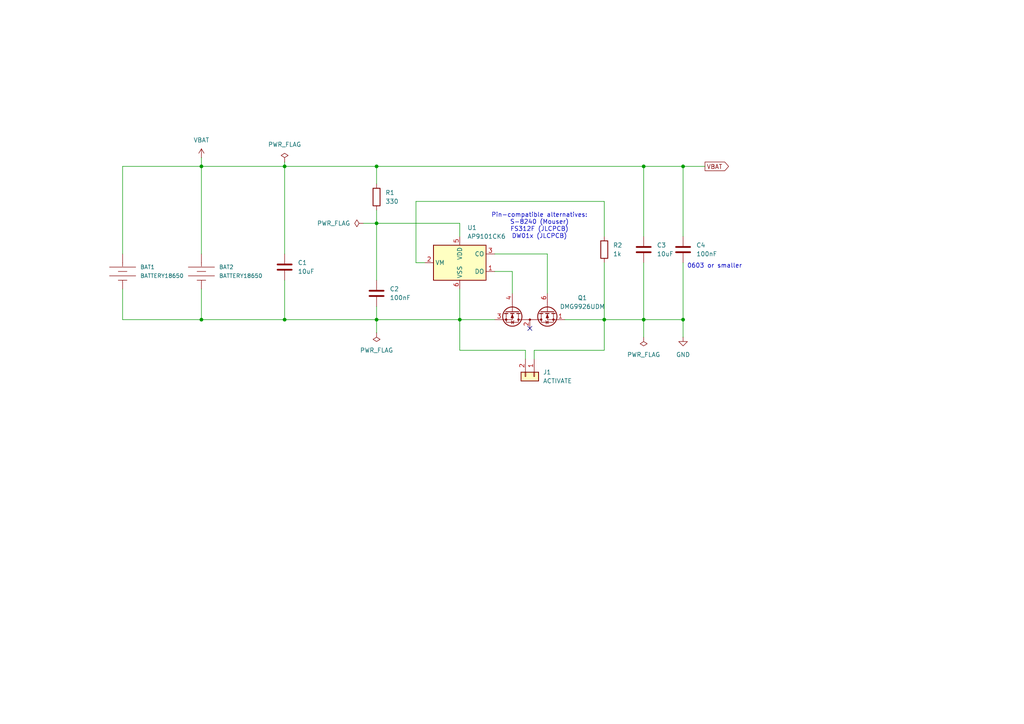
<source format=kicad_sch>
(kicad_sch (version 20231120) (generator "eeschema") (generator_version "8.0")
  (paper "A4")
  (title_block (date "2024-11-26"))
  (lib_symbols
    (symbol "Battery_Management:AP9101CK6"
      (property "Reference" "U" (at -7.62 6.35 0))
      (property "Value" "AP9101CK6" (at 7.62 6.35 0))
      (symbol "AP9101CK6_0_1"
        (rectangle (start -7.62 5.08) (end 7.62 -5.08) (stroke (width 0.254)) (fill (type background)))
      )
      (symbol "AP9101CK6_1_1"
        (pin output line (at 10.16 -2.54 180) (length 2.54) (name "DO") (number "1"))
        (pin passive line (at -10.16 0 0) (length 2.54) (name "VM") (number "2"))
        (pin output line (at 10.16 2.54 180) (length 2.54) (name "CO") (number "3"))
        (pin no_connect line (at -7.62 -2.54 0) (length 2.54) hide (name "NC") (number "4"))
        (pin power_in line (at 0 7.62 270) (length 2.54) (name "VDD") (number "5"))
        (pin power_in line (at 0 -7.62 90) (length 2.54) (name "VSS") (number "6"))
      )
    )
    (symbol "Connector_Generic:Conn_01x02" (pin_names (offset 1.016) hide)
      (property "Reference" "J" (at 0 2.54 0))
      (property "Value" "Conn_01x02" (at 0 -5.08 0))
      (symbol "Conn_01x02_1_1"
        (rectangle (start -1.27 -2.413) (end 0 -2.667) (stroke (width 0.1524)))
        (rectangle (start -1.27 0.127) (end 0 -0.127) (stroke (width 0.1524)))
        (rectangle (start -1.27 1.27) (end 1.27 -3.81) (stroke (width 0.254)) (fill (type background)))
        (pin passive line (at -5.08 0 0) (length 3.81) (name "Pin_1") (number "1"))
        (pin passive line (at -5.08 -2.54 0) (length 3.81) (name "Pin_2") (number "2"))
      )
    )
    (symbol "Device:C" (pin_numbers hide) (pin_names (offset 0.254))
      (property "Reference" "C" (at 0.635 2.54 0))
      (property "Value" "C" (at 0.635 -2.54 0))
      (symbol "C_0_1"
        (polyline (pts (xy -2.032 -0.762) (xy 2.032 -0.762)) (stroke (width 0.508)))
        (polyline (pts (xy -2.032 0.762) (xy 2.032 0.762)) (stroke (width 0.508)))
      )
      (symbol "C_1_1"
        (pin passive line (at 0 3.81 270) (length 2.794) (name "~") (number "1"))
        (pin passive line (at 0 -3.81 90) (length 2.794) (name "~") (number "2"))
      )
    )
    (symbol "Device:R" (pin_numbers hide) (pin_names (offset 0))
      (property "Reference" "R" (at 2.032 0 90))
      (property "Value" "R" (at 0 0 90))
      (symbol "R_0_1"
        (rectangle (start -1.016 -2.54) (end 1.016 2.54) (stroke (width 0.254)))
      )
      (symbol "R_1_1"
        (pin passive line (at 0 3.81 270) (length 1.27) (name "~") (number "1"))
        (pin passive line (at 0 -3.81 90) (length 1.27) (name "~") (number "2"))
      )
    )
    (symbol "MyParts:BATTERY18650" (pin_numbers hide) (pin_names (offset 1.016) hide)
      (property "Reference" "BAT" (at -3.81 5.08 0))
      (property "Value" "BATTERY18650" (at -3.81 -6.35 0))
      (symbol "BATTERY18650_1_0"
        (polyline (pts (xy -2.54 0) (xy -1.524 0)))
        (polyline (pts (xy -1.27 3.81) (xy -1.27 -3.81)))
        (polyline (pts (xy 0 1.27) (xy 0 -1.27)))
        (polyline (pts (xy 1.27 3.81) (xy 1.27 -3.81)))
        (polyline (pts (xy 2.54 1.27) (xy 2.54 -1.27)))
      )
      (symbol "BATTERY18650_1_1"
        (pin power_in line (at 5.08 0 180) (length 2.54) (name "-") (number "GND@"))
        (pin power_in line (at -5.08 0 0) (length 2.54) (name "+") (number "PWR@"))
      )
    )
    (symbol "Transistor_FET:DMG9926UDM" (pin_names hide)
      (property "Reference" "Q" (at 2.54 6.985 0))
      (property "Value" "DMG9926UDM" (at 2.54 5.08 0))
      (symbol "DMG9926UDM_0_1"
        (circle (center -0.889 5.08) (radius 2.794) (stroke (width 0.254)))
        (polyline (pts (xy -2.286 3.175) (xy -2.286 6.985)) (stroke (width 0.254)))
        (polyline (pts (xy -2.286 5.08) (xy -5.08 5.08)))
        (polyline (pts (xy -1.778 2.794) (xy -1.778 3.81)) (stroke (width 0.254)))
        (polyline (pts (xy -1.778 4.572) (xy -1.778 5.588)) (stroke (width 0.254)))
        (polyline (pts (xy -1.778 6.35) (xy -1.778 7.366)) (stroke (width 0.254)))
        (polyline (pts (xy 0 -3.302) (xy 0 3.302)))
        (polyline (pts (xy 0 7.62) (xy 0 5.08) (xy -1.778 5.08)))
        (polyline (pts (xy -1.778 6.858) (xy 0.762 6.858) (xy 0.762 3.302) (xy -1.778 3.302)))
        (polyline (pts (xy -1.524 5.08) (xy -0.508 4.699) (xy -0.508 5.461) (xy -1.524 5.08)) (fill (type outline)))
        (polyline (pts (xy 0.254 4.572) (xy 0.381 4.699) (xy 1.143 4.699) (xy 1.27 4.826)))
        (polyline (pts (xy 0.762 4.699) (xy 0.381 5.334) (xy 1.143 5.334) (xy 0.762 4.699)))
        (circle (center 0 3.302) (radius 0.254) (fill (type outline)))
        (circle (center 0 6.858) (radius 0.254) (fill (type outline)))
      )
      (symbol "DMG9926UDM_1_1"
        (circle (center -0.889 -5.08) (radius 2.794) (stroke (width 0.254)))
        (circle (center 0 -6.858) (radius 0.254) (fill (type outline)))
        (circle (center 0 -3.302) (radius 0.254) (fill (type outline)))
        (polyline (pts (xy -2.286 -5.08) (xy -5.08 -5.08)))
        (polyline (pts (xy -2.286 -3.175) (xy -2.286 -6.985)) (stroke (width 0.254)))
        (polyline (pts (xy -1.778 -6.35) (xy -1.778 -7.366)) (stroke (width 0.254)))
        (polyline (pts (xy -1.778 -4.572) (xy -1.778 -5.588)) (stroke (width 0.254)))
        (polyline (pts (xy -1.778 -2.794) (xy -1.778 -3.81)) (stroke (width 0.254)))
        (polyline (pts (xy 0 -7.62) (xy 0 -5.08) (xy -1.778 -5.08)))
        (polyline (pts (xy -1.778 -6.858) (xy 0.762 -6.858) (xy 0.762 -3.302) (xy -1.778 -3.302)))
        (polyline (pts (xy -1.524 -5.08) (xy -0.508 -4.699) (xy -0.508 -5.461) (xy -1.524 -5.08)) (fill (type outline)))
        (polyline (pts (xy 0.254 -4.572) (xy 0.381 -4.699) (xy 1.143 -4.699) (xy 1.27 -4.826)))
        (polyline (pts (xy 0.762 -4.699) (xy 0.381 -5.334) (xy 1.143 -5.334) (xy 0.762 -4.699)))
        (circle (center 0 0) (radius 0.254) (fill (type outline)))
        (pin passive line (at 0 10.16 270) (length 2.54) (name "D1") (number "1"))
        (pin passive line (at 2.54 0 180) (length 2.54) (name "S1/D2") (number "2"))
        (pin passive line (at 0 -10.16 90) (length 2.54) (name "S2") (number "3"))
        (pin input line (at -7.62 -5.08 0) (length 2.54) (name "G2") (number "4"))
        (pin passive line (at 2.54 0 180) (length 2.54) hide (name "S1/D2") (number "5"))
        (pin input line (at -7.62 5.08 0) (length 2.54) (name "G1") (number "6"))
      )
    )
    (symbol "power:GND" (power) (pin_numbers hide) (pin_names (offset 0) hide)
      (property "Value" "GND" (at 0 -3.81 0))
      (symbol "GND_0_1"
        (polyline (pts (xy 0 0) (xy 0 -1.27) (xy 1.27 -1.27) (xy 0 -2.54) (xy -1.27 -1.27) (xy 0 -1.27)))
      )
      (symbol "GND_1_1"
        (pin power_in line (at 0 0 270) (length 0) (name "~") (number "1"))
      )
    )
    (symbol "power:PWR_FLAG" (power) (pin_numbers hide) (pin_names (offset 0) hide)
      (property "Value" "PWR_FLAG" (at 0 3.81 0))
      (symbol "PWR_FLAG_0_0"
        (pin power_out line (at 0 0 90) (length 0) (name "~") (number "1"))
      )
      (symbol "PWR_FLAG_0_1"
        (polyline (pts (xy 0 0) (xy 0 1.27) (xy -1.016 1.905) (xy 0 2.54) (xy 1.016 1.905) (xy 0 1.27)))
      )
    )
    (symbol "power:VCC" (power) (pin_numbers hide) (pin_names (offset 0) hide)
      (property "Value" "VCC" (at 0 3.556 0))
      (symbol "VCC_0_1"
        (polyline (pts (xy -0.762 1.27) (xy 0 2.54)))
        (polyline (pts (xy 0 0) (xy 0 2.54)))
        (polyline (pts (xy 0 2.54) (xy 0.762 1.27)))
      )
      (symbol "VCC_1_1"
        (pin power_in line (at 0 0 90) (length 0) (name "~") (number "1"))
      )
    )
  )
  (junction (at 58.42 48.26))
  (junction (at 109.22 64.77))
  (junction (at 133.35 92.71))
  (junction (at 58.42 92.71))
  (junction (at 175.26 92.71))
  (junction (at 186.69 92.71))
  (junction (at 109.22 92.71))
  (junction (at 82.55 92.71))
  (junction (at 198.12 92.71))
  (junction (at 198.12 48.26))
  (junction (at 186.69 48.26))
  (junction (at 109.22 48.26))
  (junction (at 82.55 48.26))
  (no_connect (at 153.67 95.25))
  (wire (pts (xy 133.35 83.82) (xy 133.35 92.71)))
  (wire (pts (xy 198.12 76.2) (xy 198.12 92.71)))
  (wire (pts (xy 35.56 48.26) (xy 35.56 73.66)))
  (wire (pts (xy 175.26 92.71) (xy 175.26 101.6)))
  (wire (pts (xy 120.65 76.2) (xy 120.65 58.42)))
  (wire (pts (xy 58.42 48.26) (xy 35.56 48.26)))
  (wire (pts (xy 198.12 48.26) (xy 198.12 68.58)))
  (wire (pts (xy 154.94 104.14) (xy 154.94 101.6)))
  (wire (pts (xy 186.69 48.26) (xy 186.69 68.58)))
  (wire (pts (xy 35.56 92.71) (xy 35.56 83.82)))
  (wire (pts (xy 143.51 78.74) (xy 148.59 78.74)))
  (wire (pts (xy 154.94 101.6) (xy 175.26 101.6)))
  (wire (pts (xy 175.26 92.71) (xy 186.69 92.71)))
  (wire (pts (xy 120.65 58.42) (xy 175.26 58.42)))
  (wire (pts (xy 109.22 64.77) (xy 133.35 64.77)))
  (wire (pts (xy 82.55 92.71) (xy 58.42 92.71)))
  (wire (pts (xy 58.42 48.26) (xy 82.55 48.26)))
  (wire (pts (xy 109.22 60.96) (xy 109.22 64.77)))
  (wire (pts (xy 58.42 83.82) (xy 58.42 92.71)))
  (wire (pts (xy 186.69 92.71) (xy 198.12 92.71)))
  (wire (pts (xy 133.35 68.58) (xy 133.35 64.77)))
  (wire (pts (xy 143.51 92.71) (xy 133.35 92.71)))
  (wire (pts (xy 133.35 92.71) (xy 109.22 92.71)))
  (wire (pts (xy 109.22 48.26) (xy 82.55 48.26)))
  (wire (pts (xy 148.59 78.74) (xy 148.59 85.09)))
  (wire (pts (xy 175.26 92.71) (xy 175.26 76.2)))
  (wire (pts (xy 109.22 92.71) (xy 109.22 96.52)))
  (wire (pts (xy 109.22 92.71) (xy 82.55 92.71)))
  (wire (pts (xy 105.41 64.77) (xy 109.22 64.77)))
  (wire (pts (xy 143.51 73.66) (xy 158.75 73.66)))
  (wire (pts (xy 58.42 48.26) (xy 58.42 73.66)))
  (wire (pts (xy 186.69 92.71) (xy 186.69 97.79)))
  (wire (pts (xy 152.4 104.14) (xy 152.4 101.6)))
  (wire (pts (xy 158.75 73.66) (xy 158.75 85.09)))
  (wire (pts (xy 175.26 58.42) (xy 175.26 68.58)))
  (wire (pts (xy 198.12 92.71) (xy 198.12 97.79)))
  (wire (pts (xy 58.42 92.71) (xy 35.56 92.71)))
  (wire (pts (xy 186.69 76.2) (xy 186.69 92.71)))
  (wire (pts (xy 109.22 64.77) (xy 109.22 81.28)))
  (wire (pts (xy 186.69 48.26) (xy 198.12 48.26)))
  (wire (pts (xy 82.55 48.26) (xy 82.55 73.66)))
  (wire (pts (xy 123.19 76.2) (xy 120.65 76.2)))
  (wire (pts (xy 58.42 45.72) (xy 58.42 48.26)))
  (wire (pts (xy 152.4 101.6) (xy 133.35 101.6)))
  (wire (pts (xy 133.35 101.6) (xy 133.35 92.71)))
  (wire (pts (xy 82.55 81.28) (xy 82.55 92.71)))
  (wire (pts (xy 109.22 48.26) (xy 186.69 48.26)))
  (wire (pts (xy 163.83 92.71) (xy 175.26 92.71)))
  (wire (pts (xy 109.22 88.9) (xy 109.22 92.71)))
  (wire (pts (xy 198.12 48.26) (xy 204.47 48.26)))
  (wire (pts (xy 82.55 46.99) (xy 82.55 48.26)))
  (wire (pts (xy 109.22 53.34) (xy 109.22 48.26)))
  (text "0603 or smaller" (at 207.264 77.216 0) (effects (font (size 1.27 1.27))))
  (text "Pin-compatible alternatives:\nS-8240 (Mouser)\nFS312F (JLCPCB)\nDW01x (JLCPCB)" (at 156.464 65.532 0) (effects (font (size 1.27 1.27))))
  (global_label "VBAT" (shape output) (at 204.47 48.26 0) (property "Intersheetrefs" "${INTERSHEET_REFS}" (effects (hide yes))))
  (symbol (lib_id "power:PWR_FLAG") (at 82.55 46.99 0) (unit 1)
    (property "Reference" "#FLG04" (effects (hide yes)))
    (property "Value" "PWR_FLAG" (at 82.55 41.91 0))
    (property "Description" "Special symbol for telling ERC where power comes from" (effects (hide yes)))
  )
  (symbol (lib_id "power:GND") (at 198.12 97.79 0) (unit 1)
    (property "Reference" "#PWR01" (effects (hide yes)))
    (property "Value" "GND" (at 198.12 102.87 0))
    (property "Description" "Power symbol creates a global label with name \"GND\" , ground" (effects (hide yes)))
  )
  (symbol (lib_id "Device:C") (at 82.55 77.47 0) (unit 1)
    (property "Reference" "C1" (at 86.36 76.1999 0) (effects (justify left)))
    (property "Value" "10uF" (at 86.36 78.7399 0) (effects (justify left)))
    (property "Footprint" "Capacitor_SMD:C_0805_2012Metric" (effects (hide yes)))
    (property "Description" "Unpolarized capacitor" (effects (hide yes)))
    (property "LCSC" "C15850" (effects (hide yes)))
  )
  (symbol (lib_id "MyParts:BATTERY18650") (at 35.56 78.74 270) (unit 1)
    (property "Reference" "BAT1" (at 40.64 77.47 90) (effects (font (size 1.143 1.143)) (justify left)))
    (property "Value" "BATTERY18650" (at 40.64 80.01 90) (effects (font (size 1.143 1.143)) (justify left)))
    (property "Footprint" "SmarterSilo:MyParts-BATTERY_18650-HOLDER" (effects (hide yes)))
  )
  (symbol (lib_id "Battery_Management:AP9101CK6") (at 133.35 76.2 0) (unit 1)
    (property "Reference" "U1" (at 135.5441 66.04 0) (effects (justify left)))
    (property "Value" "AP9101CK6" (at 135.5441 68.58 0) (effects (justify left)))
    (property "Footprint" "Package_TO_SOT_SMD:SOT-23-6" (effects (hide yes)))
    (property "Datasheet" "https://www.diodes.com/assets/Datasheets/AP9101C.pdf" (effects (hide yes)))
    (property "Description" "Li+ Battery Protection IC for Single Cell Pack, SOT-23-6" (effects (hide yes)))
    (property "LCSC" "C151339" (effects (hide yes)))
  )
  (symbol (lib_id "Transistor_FET:DMG9926UDM") (at 153.67 92.71 270) (unit 1)
    (property "Reference" "Q1" (at 168.91 86.3914 90))
    (property "Value" "DMG9926UDM" (at 168.91 88.9314 90))
    (property "Footprint" "Package_TO_SOT_SMD:SOT-23-6" (effects (hide yes)))
    (property "Datasheet" "https://www.diodes.com/assets/Datasheets/ds31770.pdf" (effects (hide yes)))
    (property "Description" "4.2A Id, 20V Vds, Common-Drain, Dual Half Bridge N-Channel MOSFET, 28mOhm Ron, SOT-23-6" (effects (hide yes)))
    (property "LCSC" "C156289" (effects (hide yes)))
  )
  (symbol (lib_id "Device:R") (at 175.26 72.39 0) (unit 1)
    (property "Reference" "R2" (at 177.8 71.1199 0) (effects (justify left)))
    (property "Value" "1k" (at 177.8 73.6599 0) (effects (justify left)))
    (property "Footprint" "Resistor_SMD:R_0603_1608Metric" (effects (hide yes)))
    (property "Description" "Resistor" (effects (hide yes)))
    (property "LCSC" "C21190" (effects (hide yes)))
  )
  (symbol (lib_id "Device:C") (at 109.22 85.09 0) (unit 1)
    (property "Reference" "C2" (at 113.03 83.8199 0) (effects (justify left)))
    (property "Value" "100nF" (at 113.03 86.3599 0) (effects (justify left)))
    (property "Footprint" "Capacitor_SMD:C_0603_1608Metric" (effects (hide yes)))
    (property "Description" "Unpolarized capacitor" (effects (hide yes)))
    (property "LCSC" "C14663" (effects (hide yes)))
  )
  (symbol (lib_id "power:PWR_FLAG") (at 186.69 97.79 180) (unit 1)
    (property "Reference" "#FLG05" (effects (hide yes)))
    (property "Value" "PWR_FLAG" (at 186.69 102.87 0))
    (property "Description" "Special symbol for telling ERC where power comes from" (effects (hide yes)))
  )
  (symbol (lib_id "power:PWR_FLAG") (at 109.22 96.52 180) (unit 1)
    (property "Reference" "#FLG01" (effects (hide yes)))
    (property "Value" "PWR_FLAG" (at 109.22 101.6 0))
    (property "Description" "Special symbol for telling ERC where power comes from" (effects (hide yes)))
  )
  (symbol (lib_id "power:PWR_FLAG") (at 105.41 64.77 90) (unit 1)
    (property "Reference" "#FLG02" (effects (hide yes)))
    (property "Value" "PWR_FLAG" (at 101.6 64.7699 90) (effects (justify left)))
    (property "Description" "Special symbol for telling ERC where power comes from" (effects (hide yes)))
  )
  (symbol (lib_id "Device:C") (at 198.12 72.39 0) (unit 1)
    (property "Reference" "C4" (at 201.93 71.1199 0) (effects (justify left)))
    (property "Value" "100nF" (at 201.93 73.6599 0) (effects (justify left)))
    (property "Footprint" "Capacitor_SMD:C_0603_1608Metric" (effects (hide yes)))
    (property "Description" "Unpolarized capacitor" (effects (hide yes)))
    (property "LCSC" "C14663" (effects (hide yes)))
  )
  (symbol (lib_id "Device:C") (at 186.69 72.39 0) (unit 1)
    (property "Reference" "C3" (at 190.5 71.1199 0) (effects (justify left)))
    (property "Value" "10uF" (at 190.5 73.6599 0) (effects (justify left)))
    (property "Footprint" "Capacitor_SMD:C_0805_2012Metric" (effects (hide yes)))
    (property "Description" "Unpolarized capacitor" (effects (hide yes)))
    (property "LCSC" "C15850" (effects (hide yes)))
  )
  (symbol (lib_id "MyParts:BATTERY18650") (at 58.42 78.74 270) (unit 1)
    (property "Reference" "BAT2" (at 63.5 77.47 90) (effects (font (size 1.143 1.143)) (justify left)))
    (property "Value" "BATTERY18650" (at 63.5 80.01 90) (effects (font (size 1.143 1.143)) (justify left)))
    (property "Footprint" "SmarterSilo:MyParts-BATTERY_18650-HOLDER" (effects (hide yes)))
  )
  (symbol (lib_id "Connector_Generic:Conn_01x02") (at 154.94 109.22 270) (unit 1)
    (property "Reference" "J1" (at 157.48 107.9499 90) (effects (justify left)))
    (property "Value" "ACTIVATE" (at 157.48 110.4899 90) (effects (justify left)))
    (property "Footprint" "Connector_PinHeader_2.54mm:PinHeader_1x02_P2.54mm_Vertical" (effects (hide yes)))
    (property "Description" "Generic connector, single row, 01x02, script generated (kicad-library-utils/schlib/autogen/connector/)" (effects (hide yes)))
  )
  (symbol (lib_id "Device:R") (at 109.22 57.15 0) (unit 1)
    (property "Reference" "R1" (at 111.76 55.8799 0) (effects (justify left)))
    (property "Value" "330" (at 111.76 58.4199 0) (effects (justify left)))
    (property "Footprint" "Resistor_SMD:R_0603_1608Metric" (effects (hide yes)))
    (property "Description" "Resistor" (effects (hide yes)))
    (property "LCSC" "C23138" (effects (hide yes)))
  )
  (symbol (lib_id "power:VCC") (at 58.42 45.72 0) (unit 1)
    (property "Reference" "#PWR040" (effects (hide yes)))
    (property "Value" "VBAT" (at 58.42 40.64 0))
    (property "Description" "Power symbol creates a global label with name \"VCC\"" (effects (hide yes)))
  )
)
</source>
